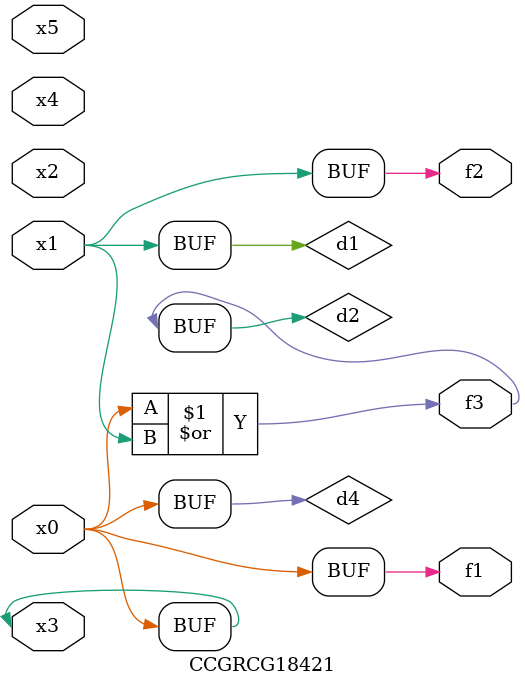
<source format=v>
module CCGRCG18421(
	input x0, x1, x2, x3, x4, x5,
	output f1, f2, f3
);

	wire d1, d2, d3, d4;

	and (d1, x1);
	or (d2, x0, x1);
	nand (d3, x0, x5);
	buf (d4, x0, x3);
	assign f1 = d4;
	assign f2 = d1;
	assign f3 = d2;
endmodule

</source>
